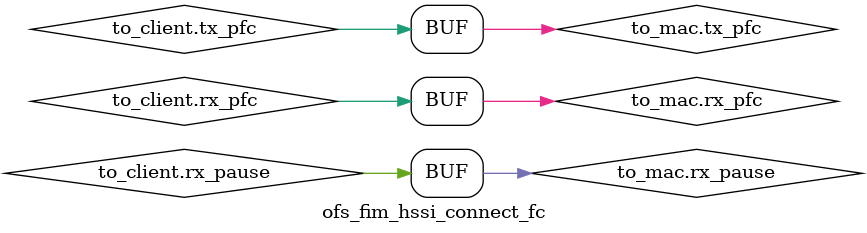
<source format=sv>


module ofs_fim_hssi_axis_connect_rx (
   ofs_fim_hssi_ss_rx_axis_if.mac to_client,
   ofs_fim_hssi_ss_rx_axis_if.client to_mac
);

   assign to_client.clk = to_mac.clk;
   assign to_client.rst_n = to_mac.rst_n;
   assign to_client.rx = to_mac.rx;

endmodule // ofs_fim_hssi_axis_connect_rx


module ofs_fim_hssi_axis_connect_tx (
   ofs_fim_hssi_ss_tx_axis_if.mac to_client,
   ofs_fim_hssi_ss_tx_axis_if.client to_mac
);

   assign to_client.clk = to_mac.clk;
   assign to_client.rst_n = to_mac.rst_n;
   assign to_client.tready = to_mac.tready;
   assign to_mac.tx = to_client.tx;

endmodule // ofs_fim_hssi_axis_connect_tx


module ofs_fim_hssi_connect_fc (
   ofs_fim_hssi_fc_if.mac to_client,
   ofs_fim_hssi_fc_if.client to_mac
);

   assign to_client.rx_pause = to_mac.rx_pause;
   assign to_client.rx_pfc = to_mac.rx_pfc;

   assign to_mac.tx_pause = to_client.tx_pause;
   assign to_mac.tx_pfc = to_client.tx_pfc;

endmodule // ofs_fim_hssi_connect_fc

</source>
